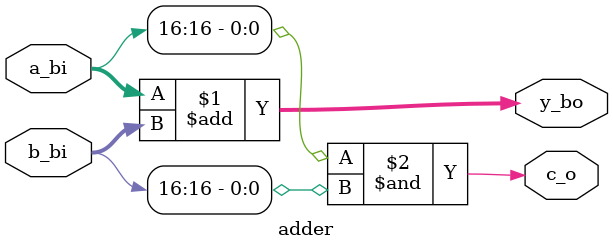
<source format=v>
`timescale 1ns / 1ps


module adder(
    input [16:0] a_bi,
    input [16:0] b_bi,
    output [16:0] y_bo,
    output c_o
    );
    
    assign y_bo = a_bi + b_bi;
    assign c_o = a_bi[16] & b_bi[16];
    
endmodule

</source>
